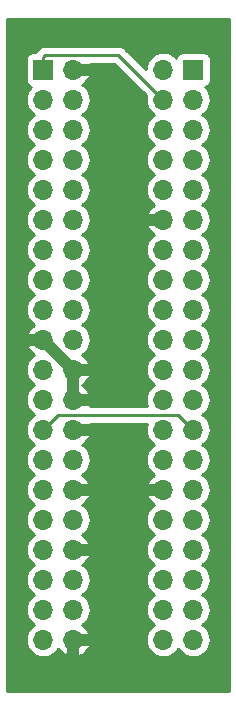
<source format=gtl>
G04 #@! TF.GenerationSoftware,KiCad,Pcbnew,(5.1.2)-2*
G04 #@! TF.CreationDate,2019-06-27T20:54:23+09:00*
G04 #@! TF.ProjectId,itg_uturn_adapter,6974675f-7574-4757-926e-5f6164617074,rev?*
G04 #@! TF.SameCoordinates,Original*
G04 #@! TF.FileFunction,Copper,L1,Top*
G04 #@! TF.FilePolarity,Positive*
%FSLAX46Y46*%
G04 Gerber Fmt 4.6, Leading zero omitted, Abs format (unit mm)*
G04 Created by KiCad (PCBNEW (5.1.2)-2) date 2019-06-27 20:54:23*
%MOMM*%
%LPD*%
G04 APERTURE LIST*
%ADD10R,1.700000X1.700000*%
%ADD11O,1.700000X1.700000*%
%ADD12C,0.250000*%
%ADD13C,1.000000*%
%ADD14C,0.254000*%
G04 APERTURE END LIST*
D10*
X104140000Y-64770000D03*
D11*
X101600000Y-64770000D03*
X104140000Y-67310000D03*
X101600000Y-67310000D03*
X104140000Y-69850000D03*
X101600000Y-69850000D03*
X104140000Y-72390000D03*
X101600000Y-72390000D03*
X104140000Y-74930000D03*
X101600000Y-74930000D03*
X104140000Y-77470000D03*
X101600000Y-77470000D03*
X104140000Y-80010000D03*
X101600000Y-80010000D03*
X104140000Y-82550000D03*
X101600000Y-82550000D03*
X104140000Y-85090000D03*
X101600000Y-85090000D03*
X104140000Y-87630000D03*
X101600000Y-87630000D03*
X104140000Y-90170000D03*
X101600000Y-90170000D03*
X104140000Y-92710000D03*
X101600000Y-92710000D03*
X104140000Y-95250000D03*
X101600000Y-95250000D03*
X104140000Y-97790000D03*
X101600000Y-97790000D03*
X104140000Y-100330000D03*
X101600000Y-100330000D03*
X104140000Y-102870000D03*
X101600000Y-102870000D03*
X104140000Y-105410000D03*
X101600000Y-105410000D03*
X104140000Y-107950000D03*
X101600000Y-107950000D03*
X104140000Y-110490000D03*
X101600000Y-110490000D03*
X104140000Y-113030000D03*
X101600000Y-113030000D03*
D10*
X91440000Y-64770000D03*
D11*
X93980000Y-64770000D03*
X91440000Y-67310000D03*
X93980000Y-67310000D03*
X91440000Y-69850000D03*
X93980000Y-69850000D03*
X91440000Y-72390000D03*
X93980000Y-72390000D03*
X91440000Y-74930000D03*
X93980000Y-74930000D03*
X91440000Y-77470000D03*
X93980000Y-77470000D03*
X91440000Y-80010000D03*
X93980000Y-80010000D03*
X91440000Y-82550000D03*
X93980000Y-82550000D03*
X91440000Y-85090000D03*
X93980000Y-85090000D03*
X91440000Y-87630000D03*
X93980000Y-87630000D03*
X91440000Y-90170000D03*
X93980000Y-90170000D03*
X91440000Y-92710000D03*
X93980000Y-92710000D03*
X91440000Y-95250000D03*
X93980000Y-95250000D03*
X91440000Y-97790000D03*
X93980000Y-97790000D03*
X91440000Y-100330000D03*
X93980000Y-100330000D03*
X91440000Y-102870000D03*
X93980000Y-102870000D03*
X91440000Y-105410000D03*
X93980000Y-105410000D03*
X91440000Y-107950000D03*
X93980000Y-107950000D03*
X91440000Y-110490000D03*
X93980000Y-110490000D03*
X91440000Y-113030000D03*
X93980000Y-113030000D03*
D12*
X91440000Y-63670000D02*
X91610000Y-63500000D01*
X91440000Y-64770000D02*
X91440000Y-63670000D01*
X97790000Y-63500000D02*
X101600000Y-67310000D01*
X91610000Y-63500000D02*
X97790000Y-63500000D01*
X97790000Y-66040000D02*
X97790000Y-77470000D01*
X97790000Y-77470000D02*
X97790000Y-88900000D01*
X97790000Y-100330000D02*
X93980000Y-100330000D01*
X97790000Y-100330000D02*
X101600000Y-100330000D01*
X97790000Y-111760000D02*
X97790000Y-100330000D01*
X97790000Y-112395000D02*
X97790000Y-111760000D01*
D13*
X93980000Y-90170000D02*
X93980000Y-92710000D01*
X97790000Y-88900000D02*
X97790000Y-66040000D01*
X96520000Y-64770000D02*
X97790000Y-66040000D01*
X96520000Y-64770000D02*
X93980000Y-64770000D01*
X97790000Y-77470000D02*
X101600000Y-77470000D01*
X91440000Y-87630000D02*
X90170000Y-87630000D01*
X90170000Y-87630000D02*
X89535000Y-88265000D01*
X89535000Y-88265000D02*
X89535000Y-114300000D01*
X89535000Y-114300000D02*
X90170000Y-114935000D01*
X97790000Y-96520000D02*
X97790000Y-100330000D01*
X97790000Y-100330000D02*
X97790000Y-105410000D01*
X97790000Y-105410000D02*
X93980000Y-105410000D01*
X97790000Y-105410000D02*
X97790000Y-112395000D01*
X93980000Y-100330000D02*
X101600000Y-100330000D01*
X93980000Y-90170000D02*
X91440000Y-87630000D01*
X93980000Y-113030000D02*
X97155000Y-113030000D01*
X97790000Y-112395000D02*
X97155000Y-113030000D01*
X93980000Y-113030000D02*
X93980000Y-114300000D01*
X93980000Y-114300000D02*
X93345000Y-114935000D01*
X93345000Y-114935000D02*
X90170000Y-114935000D01*
X93980000Y-92710000D02*
X97155000Y-92710000D01*
X97790000Y-92075000D02*
X97790000Y-88900000D01*
X97155000Y-92710000D02*
X97790000Y-92075000D01*
X95885000Y-95250000D02*
X97155000Y-95250000D01*
X95885000Y-95250000D02*
X96520000Y-95250000D01*
X93980000Y-95250000D02*
X95885000Y-95250000D01*
X97155000Y-95250000D02*
X97790000Y-95885000D01*
X97790000Y-95885000D02*
X97790000Y-96520000D01*
X93980000Y-90170000D02*
X96520000Y-90170000D01*
D12*
X91440000Y-95250000D02*
X92710000Y-93980000D01*
X92710000Y-93980000D02*
X102870000Y-93980000D01*
X102870000Y-93980000D02*
X104140000Y-95250000D01*
D14*
G36*
X107188000Y-117348000D02*
G01*
X88392000Y-117348000D01*
X88392000Y-67310000D01*
X89947815Y-67310000D01*
X89976487Y-67601111D01*
X90061401Y-67881034D01*
X90199294Y-68139014D01*
X90384866Y-68365134D01*
X90610986Y-68550706D01*
X90665791Y-68580000D01*
X90610986Y-68609294D01*
X90384866Y-68794866D01*
X90199294Y-69020986D01*
X90061401Y-69278966D01*
X89976487Y-69558889D01*
X89947815Y-69850000D01*
X89976487Y-70141111D01*
X90061401Y-70421034D01*
X90199294Y-70679014D01*
X90384866Y-70905134D01*
X90610986Y-71090706D01*
X90665791Y-71120000D01*
X90610986Y-71149294D01*
X90384866Y-71334866D01*
X90199294Y-71560986D01*
X90061401Y-71818966D01*
X89976487Y-72098889D01*
X89947815Y-72390000D01*
X89976487Y-72681111D01*
X90061401Y-72961034D01*
X90199294Y-73219014D01*
X90384866Y-73445134D01*
X90610986Y-73630706D01*
X90665791Y-73660000D01*
X90610986Y-73689294D01*
X90384866Y-73874866D01*
X90199294Y-74100986D01*
X90061401Y-74358966D01*
X89976487Y-74638889D01*
X89947815Y-74930000D01*
X89976487Y-75221111D01*
X90061401Y-75501034D01*
X90199294Y-75759014D01*
X90384866Y-75985134D01*
X90610986Y-76170706D01*
X90665791Y-76200000D01*
X90610986Y-76229294D01*
X90384866Y-76414866D01*
X90199294Y-76640986D01*
X90061401Y-76898966D01*
X89976487Y-77178889D01*
X89947815Y-77470000D01*
X89976487Y-77761111D01*
X90061401Y-78041034D01*
X90199294Y-78299014D01*
X90384866Y-78525134D01*
X90610986Y-78710706D01*
X90665791Y-78740000D01*
X90610986Y-78769294D01*
X90384866Y-78954866D01*
X90199294Y-79180986D01*
X90061401Y-79438966D01*
X89976487Y-79718889D01*
X89947815Y-80010000D01*
X89976487Y-80301111D01*
X90061401Y-80581034D01*
X90199294Y-80839014D01*
X90384866Y-81065134D01*
X90610986Y-81250706D01*
X90665791Y-81280000D01*
X90610986Y-81309294D01*
X90384866Y-81494866D01*
X90199294Y-81720986D01*
X90061401Y-81978966D01*
X89976487Y-82258889D01*
X89947815Y-82550000D01*
X89976487Y-82841111D01*
X90061401Y-83121034D01*
X90199294Y-83379014D01*
X90384866Y-83605134D01*
X90610986Y-83790706D01*
X90665791Y-83820000D01*
X90610986Y-83849294D01*
X90384866Y-84034866D01*
X90199294Y-84260986D01*
X90061401Y-84518966D01*
X89976487Y-84798889D01*
X89947815Y-85090000D01*
X89976487Y-85381111D01*
X90061401Y-85661034D01*
X90199294Y-85919014D01*
X90384866Y-86145134D01*
X90610986Y-86330706D01*
X90675523Y-86365201D01*
X90558645Y-86434822D01*
X90342412Y-86629731D01*
X90168359Y-86863080D01*
X90043175Y-87125901D01*
X89998524Y-87273110D01*
X90119845Y-87503000D01*
X91313000Y-87503000D01*
X91313000Y-87483000D01*
X91567000Y-87483000D01*
X91567000Y-87503000D01*
X91587000Y-87503000D01*
X91587000Y-87757000D01*
X91567000Y-87757000D01*
X91567000Y-87777000D01*
X91313000Y-87777000D01*
X91313000Y-87757000D01*
X90119845Y-87757000D01*
X89998524Y-87986890D01*
X90043175Y-88134099D01*
X90168359Y-88396920D01*
X90342412Y-88630269D01*
X90558645Y-88825178D01*
X90675523Y-88894799D01*
X90610986Y-88929294D01*
X90384866Y-89114866D01*
X90199294Y-89340986D01*
X90061401Y-89598966D01*
X89976487Y-89878889D01*
X89947815Y-90170000D01*
X89976487Y-90461111D01*
X90061401Y-90741034D01*
X90199294Y-90999014D01*
X90384866Y-91225134D01*
X90610986Y-91410706D01*
X90665791Y-91440000D01*
X90610986Y-91469294D01*
X90384866Y-91654866D01*
X90199294Y-91880986D01*
X90061401Y-92138966D01*
X89976487Y-92418889D01*
X89947815Y-92710000D01*
X89976487Y-93001111D01*
X90061401Y-93281034D01*
X90199294Y-93539014D01*
X90384866Y-93765134D01*
X90610986Y-93950706D01*
X90665791Y-93980000D01*
X90610986Y-94009294D01*
X90384866Y-94194866D01*
X90199294Y-94420986D01*
X90061401Y-94678966D01*
X89976487Y-94958889D01*
X89947815Y-95250000D01*
X89976487Y-95541111D01*
X90061401Y-95821034D01*
X90199294Y-96079014D01*
X90384866Y-96305134D01*
X90610986Y-96490706D01*
X90665791Y-96520000D01*
X90610986Y-96549294D01*
X90384866Y-96734866D01*
X90199294Y-96960986D01*
X90061401Y-97218966D01*
X89976487Y-97498889D01*
X89947815Y-97790000D01*
X89976487Y-98081111D01*
X90061401Y-98361034D01*
X90199294Y-98619014D01*
X90384866Y-98845134D01*
X90610986Y-99030706D01*
X90665791Y-99060000D01*
X90610986Y-99089294D01*
X90384866Y-99274866D01*
X90199294Y-99500986D01*
X90061401Y-99758966D01*
X89976487Y-100038889D01*
X89947815Y-100330000D01*
X89976487Y-100621111D01*
X90061401Y-100901034D01*
X90199294Y-101159014D01*
X90384866Y-101385134D01*
X90610986Y-101570706D01*
X90665791Y-101600000D01*
X90610986Y-101629294D01*
X90384866Y-101814866D01*
X90199294Y-102040986D01*
X90061401Y-102298966D01*
X89976487Y-102578889D01*
X89947815Y-102870000D01*
X89976487Y-103161111D01*
X90061401Y-103441034D01*
X90199294Y-103699014D01*
X90384866Y-103925134D01*
X90610986Y-104110706D01*
X90665791Y-104140000D01*
X90610986Y-104169294D01*
X90384866Y-104354866D01*
X90199294Y-104580986D01*
X90061401Y-104838966D01*
X89976487Y-105118889D01*
X89947815Y-105410000D01*
X89976487Y-105701111D01*
X90061401Y-105981034D01*
X90199294Y-106239014D01*
X90384866Y-106465134D01*
X90610986Y-106650706D01*
X90665791Y-106680000D01*
X90610986Y-106709294D01*
X90384866Y-106894866D01*
X90199294Y-107120986D01*
X90061401Y-107378966D01*
X89976487Y-107658889D01*
X89947815Y-107950000D01*
X89976487Y-108241111D01*
X90061401Y-108521034D01*
X90199294Y-108779014D01*
X90384866Y-109005134D01*
X90610986Y-109190706D01*
X90665791Y-109220000D01*
X90610986Y-109249294D01*
X90384866Y-109434866D01*
X90199294Y-109660986D01*
X90061401Y-109918966D01*
X89976487Y-110198889D01*
X89947815Y-110490000D01*
X89976487Y-110781111D01*
X90061401Y-111061034D01*
X90199294Y-111319014D01*
X90384866Y-111545134D01*
X90610986Y-111730706D01*
X90665791Y-111760000D01*
X90610986Y-111789294D01*
X90384866Y-111974866D01*
X90199294Y-112200986D01*
X90061401Y-112458966D01*
X89976487Y-112738889D01*
X89947815Y-113030000D01*
X89976487Y-113321111D01*
X90061401Y-113601034D01*
X90199294Y-113859014D01*
X90384866Y-114085134D01*
X90610986Y-114270706D01*
X90868966Y-114408599D01*
X91148889Y-114493513D01*
X91367050Y-114515000D01*
X91512950Y-114515000D01*
X91731111Y-114493513D01*
X92011034Y-114408599D01*
X92269014Y-114270706D01*
X92495134Y-114085134D01*
X92680706Y-113859014D01*
X92711584Y-113801244D01*
X92882412Y-114030269D01*
X93098645Y-114225178D01*
X93348748Y-114374157D01*
X93623109Y-114471481D01*
X93853000Y-114350814D01*
X93853000Y-113157000D01*
X94107000Y-113157000D01*
X94107000Y-114350814D01*
X94336891Y-114471481D01*
X94611252Y-114374157D01*
X94861355Y-114225178D01*
X95077588Y-114030269D01*
X95251641Y-113796920D01*
X95376825Y-113534099D01*
X95421476Y-113386890D01*
X95300155Y-113157000D01*
X94107000Y-113157000D01*
X93853000Y-113157000D01*
X93833000Y-113157000D01*
X93833000Y-112903000D01*
X93853000Y-112903000D01*
X93853000Y-112883000D01*
X94107000Y-112883000D01*
X94107000Y-112903000D01*
X95300155Y-112903000D01*
X95421476Y-112673110D01*
X95376825Y-112525901D01*
X95251641Y-112263080D01*
X95077588Y-112029731D01*
X94861355Y-111834822D01*
X94744477Y-111765201D01*
X94809014Y-111730706D01*
X95035134Y-111545134D01*
X95220706Y-111319014D01*
X95358599Y-111061034D01*
X95443513Y-110781111D01*
X95472185Y-110490000D01*
X95443513Y-110198889D01*
X95358599Y-109918966D01*
X95220706Y-109660986D01*
X95035134Y-109434866D01*
X94809014Y-109249294D01*
X94754209Y-109220000D01*
X94809014Y-109190706D01*
X95035134Y-109005134D01*
X95220706Y-108779014D01*
X95358599Y-108521034D01*
X95443513Y-108241111D01*
X95472185Y-107950000D01*
X95443513Y-107658889D01*
X95358599Y-107378966D01*
X95220706Y-107120986D01*
X95035134Y-106894866D01*
X94809014Y-106709294D01*
X94744477Y-106674799D01*
X94861355Y-106605178D01*
X95077588Y-106410269D01*
X95251641Y-106176920D01*
X95376825Y-105914099D01*
X95421476Y-105766890D01*
X95300155Y-105537000D01*
X94107000Y-105537000D01*
X94107000Y-105557000D01*
X93853000Y-105557000D01*
X93853000Y-105537000D01*
X93833000Y-105537000D01*
X93833000Y-105283000D01*
X93853000Y-105283000D01*
X93853000Y-105263000D01*
X94107000Y-105263000D01*
X94107000Y-105283000D01*
X95300155Y-105283000D01*
X95421476Y-105053110D01*
X95376825Y-104905901D01*
X95251641Y-104643080D01*
X95077588Y-104409731D01*
X94861355Y-104214822D01*
X94744477Y-104145201D01*
X94809014Y-104110706D01*
X95035134Y-103925134D01*
X95220706Y-103699014D01*
X95358599Y-103441034D01*
X95443513Y-103161111D01*
X95472185Y-102870000D01*
X95443513Y-102578889D01*
X95358599Y-102298966D01*
X95220706Y-102040986D01*
X95035134Y-101814866D01*
X94809014Y-101629294D01*
X94744477Y-101594799D01*
X94861355Y-101525178D01*
X95077588Y-101330269D01*
X95251641Y-101096920D01*
X95376825Y-100834099D01*
X95421476Y-100686890D01*
X95300155Y-100457000D01*
X94107000Y-100457000D01*
X94107000Y-100477000D01*
X93853000Y-100477000D01*
X93853000Y-100457000D01*
X93833000Y-100457000D01*
X93833000Y-100203000D01*
X93853000Y-100203000D01*
X93853000Y-100183000D01*
X94107000Y-100183000D01*
X94107000Y-100203000D01*
X95300155Y-100203000D01*
X95421476Y-99973110D01*
X95376825Y-99825901D01*
X95251641Y-99563080D01*
X95077588Y-99329731D01*
X94861355Y-99134822D01*
X94744477Y-99065201D01*
X94809014Y-99030706D01*
X95035134Y-98845134D01*
X95220706Y-98619014D01*
X95358599Y-98361034D01*
X95443513Y-98081111D01*
X95472185Y-97790000D01*
X95443513Y-97498889D01*
X95358599Y-97218966D01*
X95220706Y-96960986D01*
X95035134Y-96734866D01*
X94809014Y-96549294D01*
X94744477Y-96514799D01*
X94861355Y-96445178D01*
X95077588Y-96250269D01*
X95251641Y-96016920D01*
X95376825Y-95754099D01*
X95421476Y-95606890D01*
X95300155Y-95377000D01*
X94107000Y-95377000D01*
X94107000Y-95397000D01*
X93853000Y-95397000D01*
X93853000Y-95377000D01*
X93833000Y-95377000D01*
X93833000Y-95123000D01*
X93853000Y-95123000D01*
X93853000Y-95103000D01*
X94107000Y-95103000D01*
X94107000Y-95123000D01*
X95300155Y-95123000D01*
X95421476Y-94893110D01*
X95376825Y-94745901D01*
X95374014Y-94740000D01*
X100202886Y-94740000D01*
X100136487Y-94958889D01*
X100107815Y-95250000D01*
X100136487Y-95541111D01*
X100221401Y-95821034D01*
X100359294Y-96079014D01*
X100544866Y-96305134D01*
X100770986Y-96490706D01*
X100825791Y-96520000D01*
X100770986Y-96549294D01*
X100544866Y-96734866D01*
X100359294Y-96960986D01*
X100221401Y-97218966D01*
X100136487Y-97498889D01*
X100107815Y-97790000D01*
X100136487Y-98081111D01*
X100221401Y-98361034D01*
X100359294Y-98619014D01*
X100544866Y-98845134D01*
X100770986Y-99030706D01*
X100835523Y-99065201D01*
X100718645Y-99134822D01*
X100502412Y-99329731D01*
X100328359Y-99563080D01*
X100203175Y-99825901D01*
X100158524Y-99973110D01*
X100279845Y-100203000D01*
X101473000Y-100203000D01*
X101473000Y-100183000D01*
X101727000Y-100183000D01*
X101727000Y-100203000D01*
X101747000Y-100203000D01*
X101747000Y-100457000D01*
X101727000Y-100457000D01*
X101727000Y-100477000D01*
X101473000Y-100477000D01*
X101473000Y-100457000D01*
X100279845Y-100457000D01*
X100158524Y-100686890D01*
X100203175Y-100834099D01*
X100328359Y-101096920D01*
X100502412Y-101330269D01*
X100718645Y-101525178D01*
X100835523Y-101594799D01*
X100770986Y-101629294D01*
X100544866Y-101814866D01*
X100359294Y-102040986D01*
X100221401Y-102298966D01*
X100136487Y-102578889D01*
X100107815Y-102870000D01*
X100136487Y-103161111D01*
X100221401Y-103441034D01*
X100359294Y-103699014D01*
X100544866Y-103925134D01*
X100770986Y-104110706D01*
X100825791Y-104140000D01*
X100770986Y-104169294D01*
X100544866Y-104354866D01*
X100359294Y-104580986D01*
X100221401Y-104838966D01*
X100136487Y-105118889D01*
X100107815Y-105410000D01*
X100136487Y-105701111D01*
X100221401Y-105981034D01*
X100359294Y-106239014D01*
X100544866Y-106465134D01*
X100770986Y-106650706D01*
X100825791Y-106680000D01*
X100770986Y-106709294D01*
X100544866Y-106894866D01*
X100359294Y-107120986D01*
X100221401Y-107378966D01*
X100136487Y-107658889D01*
X100107815Y-107950000D01*
X100136487Y-108241111D01*
X100221401Y-108521034D01*
X100359294Y-108779014D01*
X100544866Y-109005134D01*
X100770986Y-109190706D01*
X100825791Y-109220000D01*
X100770986Y-109249294D01*
X100544866Y-109434866D01*
X100359294Y-109660986D01*
X100221401Y-109918966D01*
X100136487Y-110198889D01*
X100107815Y-110490000D01*
X100136487Y-110781111D01*
X100221401Y-111061034D01*
X100359294Y-111319014D01*
X100544866Y-111545134D01*
X100770986Y-111730706D01*
X100825791Y-111760000D01*
X100770986Y-111789294D01*
X100544866Y-111974866D01*
X100359294Y-112200986D01*
X100221401Y-112458966D01*
X100136487Y-112738889D01*
X100107815Y-113030000D01*
X100136487Y-113321111D01*
X100221401Y-113601034D01*
X100359294Y-113859014D01*
X100544866Y-114085134D01*
X100770986Y-114270706D01*
X101028966Y-114408599D01*
X101308889Y-114493513D01*
X101527050Y-114515000D01*
X101672950Y-114515000D01*
X101891111Y-114493513D01*
X102171034Y-114408599D01*
X102429014Y-114270706D01*
X102655134Y-114085134D01*
X102840706Y-113859014D01*
X102870000Y-113804209D01*
X102899294Y-113859014D01*
X103084866Y-114085134D01*
X103310986Y-114270706D01*
X103568966Y-114408599D01*
X103848889Y-114493513D01*
X104067050Y-114515000D01*
X104212950Y-114515000D01*
X104431111Y-114493513D01*
X104711034Y-114408599D01*
X104969014Y-114270706D01*
X105195134Y-114085134D01*
X105380706Y-113859014D01*
X105518599Y-113601034D01*
X105603513Y-113321111D01*
X105632185Y-113030000D01*
X105603513Y-112738889D01*
X105518599Y-112458966D01*
X105380706Y-112200986D01*
X105195134Y-111974866D01*
X104969014Y-111789294D01*
X104914209Y-111760000D01*
X104969014Y-111730706D01*
X105195134Y-111545134D01*
X105380706Y-111319014D01*
X105518599Y-111061034D01*
X105603513Y-110781111D01*
X105632185Y-110490000D01*
X105603513Y-110198889D01*
X105518599Y-109918966D01*
X105380706Y-109660986D01*
X105195134Y-109434866D01*
X104969014Y-109249294D01*
X104914209Y-109220000D01*
X104969014Y-109190706D01*
X105195134Y-109005134D01*
X105380706Y-108779014D01*
X105518599Y-108521034D01*
X105603513Y-108241111D01*
X105632185Y-107950000D01*
X105603513Y-107658889D01*
X105518599Y-107378966D01*
X105380706Y-107120986D01*
X105195134Y-106894866D01*
X104969014Y-106709294D01*
X104914209Y-106680000D01*
X104969014Y-106650706D01*
X105195134Y-106465134D01*
X105380706Y-106239014D01*
X105518599Y-105981034D01*
X105603513Y-105701111D01*
X105632185Y-105410000D01*
X105603513Y-105118889D01*
X105518599Y-104838966D01*
X105380706Y-104580986D01*
X105195134Y-104354866D01*
X104969014Y-104169294D01*
X104914209Y-104140000D01*
X104969014Y-104110706D01*
X105195134Y-103925134D01*
X105380706Y-103699014D01*
X105518599Y-103441034D01*
X105603513Y-103161111D01*
X105632185Y-102870000D01*
X105603513Y-102578889D01*
X105518599Y-102298966D01*
X105380706Y-102040986D01*
X105195134Y-101814866D01*
X104969014Y-101629294D01*
X104914209Y-101600000D01*
X104969014Y-101570706D01*
X105195134Y-101385134D01*
X105380706Y-101159014D01*
X105518599Y-100901034D01*
X105603513Y-100621111D01*
X105632185Y-100330000D01*
X105603513Y-100038889D01*
X105518599Y-99758966D01*
X105380706Y-99500986D01*
X105195134Y-99274866D01*
X104969014Y-99089294D01*
X104914209Y-99060000D01*
X104969014Y-99030706D01*
X105195134Y-98845134D01*
X105380706Y-98619014D01*
X105518599Y-98361034D01*
X105603513Y-98081111D01*
X105632185Y-97790000D01*
X105603513Y-97498889D01*
X105518599Y-97218966D01*
X105380706Y-96960986D01*
X105195134Y-96734866D01*
X104969014Y-96549294D01*
X104914209Y-96520000D01*
X104969014Y-96490706D01*
X105195134Y-96305134D01*
X105380706Y-96079014D01*
X105518599Y-95821034D01*
X105603513Y-95541111D01*
X105632185Y-95250000D01*
X105603513Y-94958889D01*
X105518599Y-94678966D01*
X105380706Y-94420986D01*
X105195134Y-94194866D01*
X104969014Y-94009294D01*
X104914209Y-93980000D01*
X104969014Y-93950706D01*
X105195134Y-93765134D01*
X105380706Y-93539014D01*
X105518599Y-93281034D01*
X105603513Y-93001111D01*
X105632185Y-92710000D01*
X105603513Y-92418889D01*
X105518599Y-92138966D01*
X105380706Y-91880986D01*
X105195134Y-91654866D01*
X104969014Y-91469294D01*
X104914209Y-91440000D01*
X104969014Y-91410706D01*
X105195134Y-91225134D01*
X105380706Y-90999014D01*
X105518599Y-90741034D01*
X105603513Y-90461111D01*
X105632185Y-90170000D01*
X105603513Y-89878889D01*
X105518599Y-89598966D01*
X105380706Y-89340986D01*
X105195134Y-89114866D01*
X104969014Y-88929294D01*
X104914209Y-88900000D01*
X104969014Y-88870706D01*
X105195134Y-88685134D01*
X105380706Y-88459014D01*
X105518599Y-88201034D01*
X105603513Y-87921111D01*
X105632185Y-87630000D01*
X105603513Y-87338889D01*
X105518599Y-87058966D01*
X105380706Y-86800986D01*
X105195134Y-86574866D01*
X104969014Y-86389294D01*
X104914209Y-86360000D01*
X104969014Y-86330706D01*
X105195134Y-86145134D01*
X105380706Y-85919014D01*
X105518599Y-85661034D01*
X105603513Y-85381111D01*
X105632185Y-85090000D01*
X105603513Y-84798889D01*
X105518599Y-84518966D01*
X105380706Y-84260986D01*
X105195134Y-84034866D01*
X104969014Y-83849294D01*
X104914209Y-83820000D01*
X104969014Y-83790706D01*
X105195134Y-83605134D01*
X105380706Y-83379014D01*
X105518599Y-83121034D01*
X105603513Y-82841111D01*
X105632185Y-82550000D01*
X105603513Y-82258889D01*
X105518599Y-81978966D01*
X105380706Y-81720986D01*
X105195134Y-81494866D01*
X104969014Y-81309294D01*
X104914209Y-81280000D01*
X104969014Y-81250706D01*
X105195134Y-81065134D01*
X105380706Y-80839014D01*
X105518599Y-80581034D01*
X105603513Y-80301111D01*
X105632185Y-80010000D01*
X105603513Y-79718889D01*
X105518599Y-79438966D01*
X105380706Y-79180986D01*
X105195134Y-78954866D01*
X104969014Y-78769294D01*
X104914209Y-78740000D01*
X104969014Y-78710706D01*
X105195134Y-78525134D01*
X105380706Y-78299014D01*
X105518599Y-78041034D01*
X105603513Y-77761111D01*
X105632185Y-77470000D01*
X105603513Y-77178889D01*
X105518599Y-76898966D01*
X105380706Y-76640986D01*
X105195134Y-76414866D01*
X104969014Y-76229294D01*
X104914209Y-76200000D01*
X104969014Y-76170706D01*
X105195134Y-75985134D01*
X105380706Y-75759014D01*
X105518599Y-75501034D01*
X105603513Y-75221111D01*
X105632185Y-74930000D01*
X105603513Y-74638889D01*
X105518599Y-74358966D01*
X105380706Y-74100986D01*
X105195134Y-73874866D01*
X104969014Y-73689294D01*
X104914209Y-73660000D01*
X104969014Y-73630706D01*
X105195134Y-73445134D01*
X105380706Y-73219014D01*
X105518599Y-72961034D01*
X105603513Y-72681111D01*
X105632185Y-72390000D01*
X105603513Y-72098889D01*
X105518599Y-71818966D01*
X105380706Y-71560986D01*
X105195134Y-71334866D01*
X104969014Y-71149294D01*
X104914209Y-71120000D01*
X104969014Y-71090706D01*
X105195134Y-70905134D01*
X105380706Y-70679014D01*
X105518599Y-70421034D01*
X105603513Y-70141111D01*
X105632185Y-69850000D01*
X105603513Y-69558889D01*
X105518599Y-69278966D01*
X105380706Y-69020986D01*
X105195134Y-68794866D01*
X104969014Y-68609294D01*
X104914209Y-68580000D01*
X104969014Y-68550706D01*
X105195134Y-68365134D01*
X105380706Y-68139014D01*
X105518599Y-67881034D01*
X105603513Y-67601111D01*
X105632185Y-67310000D01*
X105603513Y-67018889D01*
X105518599Y-66738966D01*
X105380706Y-66480986D01*
X105195134Y-66254866D01*
X105165313Y-66230393D01*
X105234180Y-66209502D01*
X105344494Y-66150537D01*
X105441185Y-66071185D01*
X105520537Y-65974494D01*
X105579502Y-65864180D01*
X105615812Y-65744482D01*
X105628072Y-65620000D01*
X105628072Y-63920000D01*
X105615812Y-63795518D01*
X105579502Y-63675820D01*
X105520537Y-63565506D01*
X105441185Y-63468815D01*
X105344494Y-63389463D01*
X105234180Y-63330498D01*
X105114482Y-63294188D01*
X104990000Y-63281928D01*
X103290000Y-63281928D01*
X103165518Y-63294188D01*
X103045820Y-63330498D01*
X102935506Y-63389463D01*
X102838815Y-63468815D01*
X102759463Y-63565506D01*
X102700498Y-63675820D01*
X102679607Y-63744687D01*
X102655134Y-63714866D01*
X102429014Y-63529294D01*
X102171034Y-63391401D01*
X101891111Y-63306487D01*
X101672950Y-63285000D01*
X101527050Y-63285000D01*
X101308889Y-63306487D01*
X101028966Y-63391401D01*
X100770986Y-63529294D01*
X100544866Y-63714866D01*
X100359294Y-63940986D01*
X100221401Y-64198966D01*
X100136487Y-64478889D01*
X100110235Y-64745433D01*
X98353804Y-62989003D01*
X98330001Y-62959999D01*
X98214276Y-62865026D01*
X98082247Y-62794454D01*
X97938986Y-62750997D01*
X97827333Y-62740000D01*
X97827322Y-62740000D01*
X97790000Y-62736324D01*
X97752678Y-62740000D01*
X91647322Y-62740000D01*
X91609999Y-62736324D01*
X91572676Y-62740000D01*
X91572667Y-62740000D01*
X91461014Y-62750997D01*
X91317753Y-62794454D01*
X91185724Y-62865026D01*
X91069999Y-62959999D01*
X91046196Y-62989003D01*
X90928998Y-63106201D01*
X90900000Y-63129999D01*
X90876202Y-63158997D01*
X90876201Y-63158998D01*
X90805026Y-63245724D01*
X90785674Y-63281928D01*
X90590000Y-63281928D01*
X90465518Y-63294188D01*
X90345820Y-63330498D01*
X90235506Y-63389463D01*
X90138815Y-63468815D01*
X90059463Y-63565506D01*
X90000498Y-63675820D01*
X89964188Y-63795518D01*
X89951928Y-63920000D01*
X89951928Y-65620000D01*
X89964188Y-65744482D01*
X90000498Y-65864180D01*
X90059463Y-65974494D01*
X90138815Y-66071185D01*
X90235506Y-66150537D01*
X90345820Y-66209502D01*
X90414687Y-66230393D01*
X90384866Y-66254866D01*
X90199294Y-66480986D01*
X90061401Y-66738966D01*
X89976487Y-67018889D01*
X89947815Y-67310000D01*
X88392000Y-67310000D01*
X88392000Y-60452000D01*
X107188000Y-60452000D01*
X107188000Y-117348000D01*
X107188000Y-117348000D01*
G37*
X107188000Y-117348000D02*
X88392000Y-117348000D01*
X88392000Y-67310000D01*
X89947815Y-67310000D01*
X89976487Y-67601111D01*
X90061401Y-67881034D01*
X90199294Y-68139014D01*
X90384866Y-68365134D01*
X90610986Y-68550706D01*
X90665791Y-68580000D01*
X90610986Y-68609294D01*
X90384866Y-68794866D01*
X90199294Y-69020986D01*
X90061401Y-69278966D01*
X89976487Y-69558889D01*
X89947815Y-69850000D01*
X89976487Y-70141111D01*
X90061401Y-70421034D01*
X90199294Y-70679014D01*
X90384866Y-70905134D01*
X90610986Y-71090706D01*
X90665791Y-71120000D01*
X90610986Y-71149294D01*
X90384866Y-71334866D01*
X90199294Y-71560986D01*
X90061401Y-71818966D01*
X89976487Y-72098889D01*
X89947815Y-72390000D01*
X89976487Y-72681111D01*
X90061401Y-72961034D01*
X90199294Y-73219014D01*
X90384866Y-73445134D01*
X90610986Y-73630706D01*
X90665791Y-73660000D01*
X90610986Y-73689294D01*
X90384866Y-73874866D01*
X90199294Y-74100986D01*
X90061401Y-74358966D01*
X89976487Y-74638889D01*
X89947815Y-74930000D01*
X89976487Y-75221111D01*
X90061401Y-75501034D01*
X90199294Y-75759014D01*
X90384866Y-75985134D01*
X90610986Y-76170706D01*
X90665791Y-76200000D01*
X90610986Y-76229294D01*
X90384866Y-76414866D01*
X90199294Y-76640986D01*
X90061401Y-76898966D01*
X89976487Y-77178889D01*
X89947815Y-77470000D01*
X89976487Y-77761111D01*
X90061401Y-78041034D01*
X90199294Y-78299014D01*
X90384866Y-78525134D01*
X90610986Y-78710706D01*
X90665791Y-78740000D01*
X90610986Y-78769294D01*
X90384866Y-78954866D01*
X90199294Y-79180986D01*
X90061401Y-79438966D01*
X89976487Y-79718889D01*
X89947815Y-80010000D01*
X89976487Y-80301111D01*
X90061401Y-80581034D01*
X90199294Y-80839014D01*
X90384866Y-81065134D01*
X90610986Y-81250706D01*
X90665791Y-81280000D01*
X90610986Y-81309294D01*
X90384866Y-81494866D01*
X90199294Y-81720986D01*
X90061401Y-81978966D01*
X89976487Y-82258889D01*
X89947815Y-82550000D01*
X89976487Y-82841111D01*
X90061401Y-83121034D01*
X90199294Y-83379014D01*
X90384866Y-83605134D01*
X90610986Y-83790706D01*
X90665791Y-83820000D01*
X90610986Y-83849294D01*
X90384866Y-84034866D01*
X90199294Y-84260986D01*
X90061401Y-84518966D01*
X89976487Y-84798889D01*
X89947815Y-85090000D01*
X89976487Y-85381111D01*
X90061401Y-85661034D01*
X90199294Y-85919014D01*
X90384866Y-86145134D01*
X90610986Y-86330706D01*
X90675523Y-86365201D01*
X90558645Y-86434822D01*
X90342412Y-86629731D01*
X90168359Y-86863080D01*
X90043175Y-87125901D01*
X89998524Y-87273110D01*
X90119845Y-87503000D01*
X91313000Y-87503000D01*
X91313000Y-87483000D01*
X91567000Y-87483000D01*
X91567000Y-87503000D01*
X91587000Y-87503000D01*
X91587000Y-87757000D01*
X91567000Y-87757000D01*
X91567000Y-87777000D01*
X91313000Y-87777000D01*
X91313000Y-87757000D01*
X90119845Y-87757000D01*
X89998524Y-87986890D01*
X90043175Y-88134099D01*
X90168359Y-88396920D01*
X90342412Y-88630269D01*
X90558645Y-88825178D01*
X90675523Y-88894799D01*
X90610986Y-88929294D01*
X90384866Y-89114866D01*
X90199294Y-89340986D01*
X90061401Y-89598966D01*
X89976487Y-89878889D01*
X89947815Y-90170000D01*
X89976487Y-90461111D01*
X90061401Y-90741034D01*
X90199294Y-90999014D01*
X90384866Y-91225134D01*
X90610986Y-91410706D01*
X90665791Y-91440000D01*
X90610986Y-91469294D01*
X90384866Y-91654866D01*
X90199294Y-91880986D01*
X90061401Y-92138966D01*
X89976487Y-92418889D01*
X89947815Y-92710000D01*
X89976487Y-93001111D01*
X90061401Y-93281034D01*
X90199294Y-93539014D01*
X90384866Y-93765134D01*
X90610986Y-93950706D01*
X90665791Y-93980000D01*
X90610986Y-94009294D01*
X90384866Y-94194866D01*
X90199294Y-94420986D01*
X90061401Y-94678966D01*
X89976487Y-94958889D01*
X89947815Y-95250000D01*
X89976487Y-95541111D01*
X90061401Y-95821034D01*
X90199294Y-96079014D01*
X90384866Y-96305134D01*
X90610986Y-96490706D01*
X90665791Y-96520000D01*
X90610986Y-96549294D01*
X90384866Y-96734866D01*
X90199294Y-96960986D01*
X90061401Y-97218966D01*
X89976487Y-97498889D01*
X89947815Y-97790000D01*
X89976487Y-98081111D01*
X90061401Y-98361034D01*
X90199294Y-98619014D01*
X90384866Y-98845134D01*
X90610986Y-99030706D01*
X90665791Y-99060000D01*
X90610986Y-99089294D01*
X90384866Y-99274866D01*
X90199294Y-99500986D01*
X90061401Y-99758966D01*
X89976487Y-100038889D01*
X89947815Y-100330000D01*
X89976487Y-100621111D01*
X90061401Y-100901034D01*
X90199294Y-101159014D01*
X90384866Y-101385134D01*
X90610986Y-101570706D01*
X90665791Y-101600000D01*
X90610986Y-101629294D01*
X90384866Y-101814866D01*
X90199294Y-102040986D01*
X90061401Y-102298966D01*
X89976487Y-102578889D01*
X89947815Y-102870000D01*
X89976487Y-103161111D01*
X90061401Y-103441034D01*
X90199294Y-103699014D01*
X90384866Y-103925134D01*
X90610986Y-104110706D01*
X90665791Y-104140000D01*
X90610986Y-104169294D01*
X90384866Y-104354866D01*
X90199294Y-104580986D01*
X90061401Y-104838966D01*
X89976487Y-105118889D01*
X89947815Y-105410000D01*
X89976487Y-105701111D01*
X90061401Y-105981034D01*
X90199294Y-106239014D01*
X90384866Y-106465134D01*
X90610986Y-106650706D01*
X90665791Y-106680000D01*
X90610986Y-106709294D01*
X90384866Y-106894866D01*
X90199294Y-107120986D01*
X90061401Y-107378966D01*
X89976487Y-107658889D01*
X89947815Y-107950000D01*
X89976487Y-108241111D01*
X90061401Y-108521034D01*
X90199294Y-108779014D01*
X90384866Y-109005134D01*
X90610986Y-109190706D01*
X90665791Y-109220000D01*
X90610986Y-109249294D01*
X90384866Y-109434866D01*
X90199294Y-109660986D01*
X90061401Y-109918966D01*
X89976487Y-110198889D01*
X89947815Y-110490000D01*
X89976487Y-110781111D01*
X90061401Y-111061034D01*
X90199294Y-111319014D01*
X90384866Y-111545134D01*
X90610986Y-111730706D01*
X90665791Y-111760000D01*
X90610986Y-111789294D01*
X90384866Y-111974866D01*
X90199294Y-112200986D01*
X90061401Y-112458966D01*
X89976487Y-112738889D01*
X89947815Y-113030000D01*
X89976487Y-113321111D01*
X90061401Y-113601034D01*
X90199294Y-113859014D01*
X90384866Y-114085134D01*
X90610986Y-114270706D01*
X90868966Y-114408599D01*
X91148889Y-114493513D01*
X91367050Y-114515000D01*
X91512950Y-114515000D01*
X91731111Y-114493513D01*
X92011034Y-114408599D01*
X92269014Y-114270706D01*
X92495134Y-114085134D01*
X92680706Y-113859014D01*
X92711584Y-113801244D01*
X92882412Y-114030269D01*
X93098645Y-114225178D01*
X93348748Y-114374157D01*
X93623109Y-114471481D01*
X93853000Y-114350814D01*
X93853000Y-113157000D01*
X94107000Y-113157000D01*
X94107000Y-114350814D01*
X94336891Y-114471481D01*
X94611252Y-114374157D01*
X94861355Y-114225178D01*
X95077588Y-114030269D01*
X95251641Y-113796920D01*
X95376825Y-113534099D01*
X95421476Y-113386890D01*
X95300155Y-113157000D01*
X94107000Y-113157000D01*
X93853000Y-113157000D01*
X93833000Y-113157000D01*
X93833000Y-112903000D01*
X93853000Y-112903000D01*
X93853000Y-112883000D01*
X94107000Y-112883000D01*
X94107000Y-112903000D01*
X95300155Y-112903000D01*
X95421476Y-112673110D01*
X95376825Y-112525901D01*
X95251641Y-112263080D01*
X95077588Y-112029731D01*
X94861355Y-111834822D01*
X94744477Y-111765201D01*
X94809014Y-111730706D01*
X95035134Y-111545134D01*
X95220706Y-111319014D01*
X95358599Y-111061034D01*
X95443513Y-110781111D01*
X95472185Y-110490000D01*
X95443513Y-110198889D01*
X95358599Y-109918966D01*
X95220706Y-109660986D01*
X95035134Y-109434866D01*
X94809014Y-109249294D01*
X94754209Y-109220000D01*
X94809014Y-109190706D01*
X95035134Y-109005134D01*
X95220706Y-108779014D01*
X95358599Y-108521034D01*
X95443513Y-108241111D01*
X95472185Y-107950000D01*
X95443513Y-107658889D01*
X95358599Y-107378966D01*
X95220706Y-107120986D01*
X95035134Y-106894866D01*
X94809014Y-106709294D01*
X94744477Y-106674799D01*
X94861355Y-106605178D01*
X95077588Y-106410269D01*
X95251641Y-106176920D01*
X95376825Y-105914099D01*
X95421476Y-105766890D01*
X95300155Y-105537000D01*
X94107000Y-105537000D01*
X94107000Y-105557000D01*
X93853000Y-105557000D01*
X93853000Y-105537000D01*
X93833000Y-105537000D01*
X93833000Y-105283000D01*
X93853000Y-105283000D01*
X93853000Y-105263000D01*
X94107000Y-105263000D01*
X94107000Y-105283000D01*
X95300155Y-105283000D01*
X95421476Y-105053110D01*
X95376825Y-104905901D01*
X95251641Y-104643080D01*
X95077588Y-104409731D01*
X94861355Y-104214822D01*
X94744477Y-104145201D01*
X94809014Y-104110706D01*
X95035134Y-103925134D01*
X95220706Y-103699014D01*
X95358599Y-103441034D01*
X95443513Y-103161111D01*
X95472185Y-102870000D01*
X95443513Y-102578889D01*
X95358599Y-102298966D01*
X95220706Y-102040986D01*
X95035134Y-101814866D01*
X94809014Y-101629294D01*
X94744477Y-101594799D01*
X94861355Y-101525178D01*
X95077588Y-101330269D01*
X95251641Y-101096920D01*
X95376825Y-100834099D01*
X95421476Y-100686890D01*
X95300155Y-100457000D01*
X94107000Y-100457000D01*
X94107000Y-100477000D01*
X93853000Y-100477000D01*
X93853000Y-100457000D01*
X93833000Y-100457000D01*
X93833000Y-100203000D01*
X93853000Y-100203000D01*
X93853000Y-100183000D01*
X94107000Y-100183000D01*
X94107000Y-100203000D01*
X95300155Y-100203000D01*
X95421476Y-99973110D01*
X95376825Y-99825901D01*
X95251641Y-99563080D01*
X95077588Y-99329731D01*
X94861355Y-99134822D01*
X94744477Y-99065201D01*
X94809014Y-99030706D01*
X95035134Y-98845134D01*
X95220706Y-98619014D01*
X95358599Y-98361034D01*
X95443513Y-98081111D01*
X95472185Y-97790000D01*
X95443513Y-97498889D01*
X95358599Y-97218966D01*
X95220706Y-96960986D01*
X95035134Y-96734866D01*
X94809014Y-96549294D01*
X94744477Y-96514799D01*
X94861355Y-96445178D01*
X95077588Y-96250269D01*
X95251641Y-96016920D01*
X95376825Y-95754099D01*
X95421476Y-95606890D01*
X95300155Y-95377000D01*
X94107000Y-95377000D01*
X94107000Y-95397000D01*
X93853000Y-95397000D01*
X93853000Y-95377000D01*
X93833000Y-95377000D01*
X93833000Y-95123000D01*
X93853000Y-95123000D01*
X93853000Y-95103000D01*
X94107000Y-95103000D01*
X94107000Y-95123000D01*
X95300155Y-95123000D01*
X95421476Y-94893110D01*
X95376825Y-94745901D01*
X95374014Y-94740000D01*
X100202886Y-94740000D01*
X100136487Y-94958889D01*
X100107815Y-95250000D01*
X100136487Y-95541111D01*
X100221401Y-95821034D01*
X100359294Y-96079014D01*
X100544866Y-96305134D01*
X100770986Y-96490706D01*
X100825791Y-96520000D01*
X100770986Y-96549294D01*
X100544866Y-96734866D01*
X100359294Y-96960986D01*
X100221401Y-97218966D01*
X100136487Y-97498889D01*
X100107815Y-97790000D01*
X100136487Y-98081111D01*
X100221401Y-98361034D01*
X100359294Y-98619014D01*
X100544866Y-98845134D01*
X100770986Y-99030706D01*
X100835523Y-99065201D01*
X100718645Y-99134822D01*
X100502412Y-99329731D01*
X100328359Y-99563080D01*
X100203175Y-99825901D01*
X100158524Y-99973110D01*
X100279845Y-100203000D01*
X101473000Y-100203000D01*
X101473000Y-100183000D01*
X101727000Y-100183000D01*
X101727000Y-100203000D01*
X101747000Y-100203000D01*
X101747000Y-100457000D01*
X101727000Y-100457000D01*
X101727000Y-100477000D01*
X101473000Y-100477000D01*
X101473000Y-100457000D01*
X100279845Y-100457000D01*
X100158524Y-100686890D01*
X100203175Y-100834099D01*
X100328359Y-101096920D01*
X100502412Y-101330269D01*
X100718645Y-101525178D01*
X100835523Y-101594799D01*
X100770986Y-101629294D01*
X100544866Y-101814866D01*
X100359294Y-102040986D01*
X100221401Y-102298966D01*
X100136487Y-102578889D01*
X100107815Y-102870000D01*
X100136487Y-103161111D01*
X100221401Y-103441034D01*
X100359294Y-103699014D01*
X100544866Y-103925134D01*
X100770986Y-104110706D01*
X100825791Y-104140000D01*
X100770986Y-104169294D01*
X100544866Y-104354866D01*
X100359294Y-104580986D01*
X100221401Y-104838966D01*
X100136487Y-105118889D01*
X100107815Y-105410000D01*
X100136487Y-105701111D01*
X100221401Y-105981034D01*
X100359294Y-106239014D01*
X100544866Y-106465134D01*
X100770986Y-106650706D01*
X100825791Y-106680000D01*
X100770986Y-106709294D01*
X100544866Y-106894866D01*
X100359294Y-107120986D01*
X100221401Y-107378966D01*
X100136487Y-107658889D01*
X100107815Y-107950000D01*
X100136487Y-108241111D01*
X100221401Y-108521034D01*
X100359294Y-108779014D01*
X100544866Y-109005134D01*
X100770986Y-109190706D01*
X100825791Y-109220000D01*
X100770986Y-109249294D01*
X100544866Y-109434866D01*
X100359294Y-109660986D01*
X100221401Y-109918966D01*
X100136487Y-110198889D01*
X100107815Y-110490000D01*
X100136487Y-110781111D01*
X100221401Y-111061034D01*
X100359294Y-111319014D01*
X100544866Y-111545134D01*
X100770986Y-111730706D01*
X100825791Y-111760000D01*
X100770986Y-111789294D01*
X100544866Y-111974866D01*
X100359294Y-112200986D01*
X100221401Y-112458966D01*
X100136487Y-112738889D01*
X100107815Y-113030000D01*
X100136487Y-113321111D01*
X100221401Y-113601034D01*
X100359294Y-113859014D01*
X100544866Y-114085134D01*
X100770986Y-114270706D01*
X101028966Y-114408599D01*
X101308889Y-114493513D01*
X101527050Y-114515000D01*
X101672950Y-114515000D01*
X101891111Y-114493513D01*
X102171034Y-114408599D01*
X102429014Y-114270706D01*
X102655134Y-114085134D01*
X102840706Y-113859014D01*
X102870000Y-113804209D01*
X102899294Y-113859014D01*
X103084866Y-114085134D01*
X103310986Y-114270706D01*
X103568966Y-114408599D01*
X103848889Y-114493513D01*
X104067050Y-114515000D01*
X104212950Y-114515000D01*
X104431111Y-114493513D01*
X104711034Y-114408599D01*
X104969014Y-114270706D01*
X105195134Y-114085134D01*
X105380706Y-113859014D01*
X105518599Y-113601034D01*
X105603513Y-113321111D01*
X105632185Y-113030000D01*
X105603513Y-112738889D01*
X105518599Y-112458966D01*
X105380706Y-112200986D01*
X105195134Y-111974866D01*
X104969014Y-111789294D01*
X104914209Y-111760000D01*
X104969014Y-111730706D01*
X105195134Y-111545134D01*
X105380706Y-111319014D01*
X105518599Y-111061034D01*
X105603513Y-110781111D01*
X105632185Y-110490000D01*
X105603513Y-110198889D01*
X105518599Y-109918966D01*
X105380706Y-109660986D01*
X105195134Y-109434866D01*
X104969014Y-109249294D01*
X104914209Y-109220000D01*
X104969014Y-109190706D01*
X105195134Y-109005134D01*
X105380706Y-108779014D01*
X105518599Y-108521034D01*
X105603513Y-108241111D01*
X105632185Y-107950000D01*
X105603513Y-107658889D01*
X105518599Y-107378966D01*
X105380706Y-107120986D01*
X105195134Y-106894866D01*
X104969014Y-106709294D01*
X104914209Y-106680000D01*
X104969014Y-106650706D01*
X105195134Y-106465134D01*
X105380706Y-106239014D01*
X105518599Y-105981034D01*
X105603513Y-105701111D01*
X105632185Y-105410000D01*
X105603513Y-105118889D01*
X105518599Y-104838966D01*
X105380706Y-104580986D01*
X105195134Y-104354866D01*
X104969014Y-104169294D01*
X104914209Y-104140000D01*
X104969014Y-104110706D01*
X105195134Y-103925134D01*
X105380706Y-103699014D01*
X105518599Y-103441034D01*
X105603513Y-103161111D01*
X105632185Y-102870000D01*
X105603513Y-102578889D01*
X105518599Y-102298966D01*
X105380706Y-102040986D01*
X105195134Y-101814866D01*
X104969014Y-101629294D01*
X104914209Y-101600000D01*
X104969014Y-101570706D01*
X105195134Y-101385134D01*
X105380706Y-101159014D01*
X105518599Y-100901034D01*
X105603513Y-100621111D01*
X105632185Y-100330000D01*
X105603513Y-100038889D01*
X105518599Y-99758966D01*
X105380706Y-99500986D01*
X105195134Y-99274866D01*
X104969014Y-99089294D01*
X104914209Y-99060000D01*
X104969014Y-99030706D01*
X105195134Y-98845134D01*
X105380706Y-98619014D01*
X105518599Y-98361034D01*
X105603513Y-98081111D01*
X105632185Y-97790000D01*
X105603513Y-97498889D01*
X105518599Y-97218966D01*
X105380706Y-96960986D01*
X105195134Y-96734866D01*
X104969014Y-96549294D01*
X104914209Y-96520000D01*
X104969014Y-96490706D01*
X105195134Y-96305134D01*
X105380706Y-96079014D01*
X105518599Y-95821034D01*
X105603513Y-95541111D01*
X105632185Y-95250000D01*
X105603513Y-94958889D01*
X105518599Y-94678966D01*
X105380706Y-94420986D01*
X105195134Y-94194866D01*
X104969014Y-94009294D01*
X104914209Y-93980000D01*
X104969014Y-93950706D01*
X105195134Y-93765134D01*
X105380706Y-93539014D01*
X105518599Y-93281034D01*
X105603513Y-93001111D01*
X105632185Y-92710000D01*
X105603513Y-92418889D01*
X105518599Y-92138966D01*
X105380706Y-91880986D01*
X105195134Y-91654866D01*
X104969014Y-91469294D01*
X104914209Y-91440000D01*
X104969014Y-91410706D01*
X105195134Y-91225134D01*
X105380706Y-90999014D01*
X105518599Y-90741034D01*
X105603513Y-90461111D01*
X105632185Y-90170000D01*
X105603513Y-89878889D01*
X105518599Y-89598966D01*
X105380706Y-89340986D01*
X105195134Y-89114866D01*
X104969014Y-88929294D01*
X104914209Y-88900000D01*
X104969014Y-88870706D01*
X105195134Y-88685134D01*
X105380706Y-88459014D01*
X105518599Y-88201034D01*
X105603513Y-87921111D01*
X105632185Y-87630000D01*
X105603513Y-87338889D01*
X105518599Y-87058966D01*
X105380706Y-86800986D01*
X105195134Y-86574866D01*
X104969014Y-86389294D01*
X104914209Y-86360000D01*
X104969014Y-86330706D01*
X105195134Y-86145134D01*
X105380706Y-85919014D01*
X105518599Y-85661034D01*
X105603513Y-85381111D01*
X105632185Y-85090000D01*
X105603513Y-84798889D01*
X105518599Y-84518966D01*
X105380706Y-84260986D01*
X105195134Y-84034866D01*
X104969014Y-83849294D01*
X104914209Y-83820000D01*
X104969014Y-83790706D01*
X105195134Y-83605134D01*
X105380706Y-83379014D01*
X105518599Y-83121034D01*
X105603513Y-82841111D01*
X105632185Y-82550000D01*
X105603513Y-82258889D01*
X105518599Y-81978966D01*
X105380706Y-81720986D01*
X105195134Y-81494866D01*
X104969014Y-81309294D01*
X104914209Y-81280000D01*
X104969014Y-81250706D01*
X105195134Y-81065134D01*
X105380706Y-80839014D01*
X105518599Y-80581034D01*
X105603513Y-80301111D01*
X105632185Y-80010000D01*
X105603513Y-79718889D01*
X105518599Y-79438966D01*
X105380706Y-79180986D01*
X105195134Y-78954866D01*
X104969014Y-78769294D01*
X104914209Y-78740000D01*
X104969014Y-78710706D01*
X105195134Y-78525134D01*
X105380706Y-78299014D01*
X105518599Y-78041034D01*
X105603513Y-77761111D01*
X105632185Y-77470000D01*
X105603513Y-77178889D01*
X105518599Y-76898966D01*
X105380706Y-76640986D01*
X105195134Y-76414866D01*
X104969014Y-76229294D01*
X104914209Y-76200000D01*
X104969014Y-76170706D01*
X105195134Y-75985134D01*
X105380706Y-75759014D01*
X105518599Y-75501034D01*
X105603513Y-75221111D01*
X105632185Y-74930000D01*
X105603513Y-74638889D01*
X105518599Y-74358966D01*
X105380706Y-74100986D01*
X105195134Y-73874866D01*
X104969014Y-73689294D01*
X104914209Y-73660000D01*
X104969014Y-73630706D01*
X105195134Y-73445134D01*
X105380706Y-73219014D01*
X105518599Y-72961034D01*
X105603513Y-72681111D01*
X105632185Y-72390000D01*
X105603513Y-72098889D01*
X105518599Y-71818966D01*
X105380706Y-71560986D01*
X105195134Y-71334866D01*
X104969014Y-71149294D01*
X104914209Y-71120000D01*
X104969014Y-71090706D01*
X105195134Y-70905134D01*
X105380706Y-70679014D01*
X105518599Y-70421034D01*
X105603513Y-70141111D01*
X105632185Y-69850000D01*
X105603513Y-69558889D01*
X105518599Y-69278966D01*
X105380706Y-69020986D01*
X105195134Y-68794866D01*
X104969014Y-68609294D01*
X104914209Y-68580000D01*
X104969014Y-68550706D01*
X105195134Y-68365134D01*
X105380706Y-68139014D01*
X105518599Y-67881034D01*
X105603513Y-67601111D01*
X105632185Y-67310000D01*
X105603513Y-67018889D01*
X105518599Y-66738966D01*
X105380706Y-66480986D01*
X105195134Y-66254866D01*
X105165313Y-66230393D01*
X105234180Y-66209502D01*
X105344494Y-66150537D01*
X105441185Y-66071185D01*
X105520537Y-65974494D01*
X105579502Y-65864180D01*
X105615812Y-65744482D01*
X105628072Y-65620000D01*
X105628072Y-63920000D01*
X105615812Y-63795518D01*
X105579502Y-63675820D01*
X105520537Y-63565506D01*
X105441185Y-63468815D01*
X105344494Y-63389463D01*
X105234180Y-63330498D01*
X105114482Y-63294188D01*
X104990000Y-63281928D01*
X103290000Y-63281928D01*
X103165518Y-63294188D01*
X103045820Y-63330498D01*
X102935506Y-63389463D01*
X102838815Y-63468815D01*
X102759463Y-63565506D01*
X102700498Y-63675820D01*
X102679607Y-63744687D01*
X102655134Y-63714866D01*
X102429014Y-63529294D01*
X102171034Y-63391401D01*
X101891111Y-63306487D01*
X101672950Y-63285000D01*
X101527050Y-63285000D01*
X101308889Y-63306487D01*
X101028966Y-63391401D01*
X100770986Y-63529294D01*
X100544866Y-63714866D01*
X100359294Y-63940986D01*
X100221401Y-64198966D01*
X100136487Y-64478889D01*
X100110235Y-64745433D01*
X98353804Y-62989003D01*
X98330001Y-62959999D01*
X98214276Y-62865026D01*
X98082247Y-62794454D01*
X97938986Y-62750997D01*
X97827333Y-62740000D01*
X97827322Y-62740000D01*
X97790000Y-62736324D01*
X97752678Y-62740000D01*
X91647322Y-62740000D01*
X91609999Y-62736324D01*
X91572676Y-62740000D01*
X91572667Y-62740000D01*
X91461014Y-62750997D01*
X91317753Y-62794454D01*
X91185724Y-62865026D01*
X91069999Y-62959999D01*
X91046196Y-62989003D01*
X90928998Y-63106201D01*
X90900000Y-63129999D01*
X90876202Y-63158997D01*
X90876201Y-63158998D01*
X90805026Y-63245724D01*
X90785674Y-63281928D01*
X90590000Y-63281928D01*
X90465518Y-63294188D01*
X90345820Y-63330498D01*
X90235506Y-63389463D01*
X90138815Y-63468815D01*
X90059463Y-63565506D01*
X90000498Y-63675820D01*
X89964188Y-63795518D01*
X89951928Y-63920000D01*
X89951928Y-65620000D01*
X89964188Y-65744482D01*
X90000498Y-65864180D01*
X90059463Y-65974494D01*
X90138815Y-66071185D01*
X90235506Y-66150537D01*
X90345820Y-66209502D01*
X90414687Y-66230393D01*
X90384866Y-66254866D01*
X90199294Y-66480986D01*
X90061401Y-66738966D01*
X89976487Y-67018889D01*
X89947815Y-67310000D01*
X88392000Y-67310000D01*
X88392000Y-60452000D01*
X107188000Y-60452000D01*
X107188000Y-117348000D01*
G36*
X100159203Y-66944005D02*
G01*
X100136487Y-67018889D01*
X100107815Y-67310000D01*
X100136487Y-67601111D01*
X100221401Y-67881034D01*
X100359294Y-68139014D01*
X100544866Y-68365134D01*
X100770986Y-68550706D01*
X100825791Y-68580000D01*
X100770986Y-68609294D01*
X100544866Y-68794866D01*
X100359294Y-69020986D01*
X100221401Y-69278966D01*
X100136487Y-69558889D01*
X100107815Y-69850000D01*
X100136487Y-70141111D01*
X100221401Y-70421034D01*
X100359294Y-70679014D01*
X100544866Y-70905134D01*
X100770986Y-71090706D01*
X100825791Y-71120000D01*
X100770986Y-71149294D01*
X100544866Y-71334866D01*
X100359294Y-71560986D01*
X100221401Y-71818966D01*
X100136487Y-72098889D01*
X100107815Y-72390000D01*
X100136487Y-72681111D01*
X100221401Y-72961034D01*
X100359294Y-73219014D01*
X100544866Y-73445134D01*
X100770986Y-73630706D01*
X100825791Y-73660000D01*
X100770986Y-73689294D01*
X100544866Y-73874866D01*
X100359294Y-74100986D01*
X100221401Y-74358966D01*
X100136487Y-74638889D01*
X100107815Y-74930000D01*
X100136487Y-75221111D01*
X100221401Y-75501034D01*
X100359294Y-75759014D01*
X100544866Y-75985134D01*
X100770986Y-76170706D01*
X100835523Y-76205201D01*
X100718645Y-76274822D01*
X100502412Y-76469731D01*
X100328359Y-76703080D01*
X100203175Y-76965901D01*
X100158524Y-77113110D01*
X100279845Y-77343000D01*
X101473000Y-77343000D01*
X101473000Y-77323000D01*
X101727000Y-77323000D01*
X101727000Y-77343000D01*
X101747000Y-77343000D01*
X101747000Y-77597000D01*
X101727000Y-77597000D01*
X101727000Y-77617000D01*
X101473000Y-77617000D01*
X101473000Y-77597000D01*
X100279845Y-77597000D01*
X100158524Y-77826890D01*
X100203175Y-77974099D01*
X100328359Y-78236920D01*
X100502412Y-78470269D01*
X100718645Y-78665178D01*
X100835523Y-78734799D01*
X100770986Y-78769294D01*
X100544866Y-78954866D01*
X100359294Y-79180986D01*
X100221401Y-79438966D01*
X100136487Y-79718889D01*
X100107815Y-80010000D01*
X100136487Y-80301111D01*
X100221401Y-80581034D01*
X100359294Y-80839014D01*
X100544866Y-81065134D01*
X100770986Y-81250706D01*
X100825791Y-81280000D01*
X100770986Y-81309294D01*
X100544866Y-81494866D01*
X100359294Y-81720986D01*
X100221401Y-81978966D01*
X100136487Y-82258889D01*
X100107815Y-82550000D01*
X100136487Y-82841111D01*
X100221401Y-83121034D01*
X100359294Y-83379014D01*
X100544866Y-83605134D01*
X100770986Y-83790706D01*
X100825791Y-83820000D01*
X100770986Y-83849294D01*
X100544866Y-84034866D01*
X100359294Y-84260986D01*
X100221401Y-84518966D01*
X100136487Y-84798889D01*
X100107815Y-85090000D01*
X100136487Y-85381111D01*
X100221401Y-85661034D01*
X100359294Y-85919014D01*
X100544866Y-86145134D01*
X100770986Y-86330706D01*
X100825791Y-86360000D01*
X100770986Y-86389294D01*
X100544866Y-86574866D01*
X100359294Y-86800986D01*
X100221401Y-87058966D01*
X100136487Y-87338889D01*
X100107815Y-87630000D01*
X100136487Y-87921111D01*
X100221401Y-88201034D01*
X100359294Y-88459014D01*
X100544866Y-88685134D01*
X100770986Y-88870706D01*
X100825791Y-88900000D01*
X100770986Y-88929294D01*
X100544866Y-89114866D01*
X100359294Y-89340986D01*
X100221401Y-89598966D01*
X100136487Y-89878889D01*
X100107815Y-90170000D01*
X100136487Y-90461111D01*
X100221401Y-90741034D01*
X100359294Y-90999014D01*
X100544866Y-91225134D01*
X100770986Y-91410706D01*
X100825791Y-91440000D01*
X100770986Y-91469294D01*
X100544866Y-91654866D01*
X100359294Y-91880986D01*
X100221401Y-92138966D01*
X100136487Y-92418889D01*
X100107815Y-92710000D01*
X100136487Y-93001111D01*
X100202886Y-93220000D01*
X95374014Y-93220000D01*
X95376825Y-93214099D01*
X95421476Y-93066890D01*
X95300155Y-92837000D01*
X94107000Y-92837000D01*
X94107000Y-92857000D01*
X93853000Y-92857000D01*
X93853000Y-92837000D01*
X93833000Y-92837000D01*
X93833000Y-92583000D01*
X93853000Y-92583000D01*
X93853000Y-90297000D01*
X94107000Y-90297000D01*
X94107000Y-92583000D01*
X95300155Y-92583000D01*
X95421476Y-92353110D01*
X95376825Y-92205901D01*
X95251641Y-91943080D01*
X95077588Y-91709731D01*
X94861355Y-91514822D01*
X94735745Y-91440000D01*
X94861355Y-91365178D01*
X95077588Y-91170269D01*
X95251641Y-90936920D01*
X95376825Y-90674099D01*
X95421476Y-90526890D01*
X95300155Y-90297000D01*
X94107000Y-90297000D01*
X93853000Y-90297000D01*
X93833000Y-90297000D01*
X93833000Y-90043000D01*
X93853000Y-90043000D01*
X93853000Y-90023000D01*
X94107000Y-90023000D01*
X94107000Y-90043000D01*
X95300155Y-90043000D01*
X95421476Y-89813110D01*
X95376825Y-89665901D01*
X95251641Y-89403080D01*
X95077588Y-89169731D01*
X94861355Y-88974822D01*
X94744477Y-88905201D01*
X94809014Y-88870706D01*
X95035134Y-88685134D01*
X95220706Y-88459014D01*
X95358599Y-88201034D01*
X95443513Y-87921111D01*
X95472185Y-87630000D01*
X95443513Y-87338889D01*
X95358599Y-87058966D01*
X95220706Y-86800986D01*
X95035134Y-86574866D01*
X94809014Y-86389294D01*
X94754209Y-86360000D01*
X94809014Y-86330706D01*
X95035134Y-86145134D01*
X95220706Y-85919014D01*
X95358599Y-85661034D01*
X95443513Y-85381111D01*
X95472185Y-85090000D01*
X95443513Y-84798889D01*
X95358599Y-84518966D01*
X95220706Y-84260986D01*
X95035134Y-84034866D01*
X94809014Y-83849294D01*
X94754209Y-83820000D01*
X94809014Y-83790706D01*
X95035134Y-83605134D01*
X95220706Y-83379014D01*
X95358599Y-83121034D01*
X95443513Y-82841111D01*
X95472185Y-82550000D01*
X95443513Y-82258889D01*
X95358599Y-81978966D01*
X95220706Y-81720986D01*
X95035134Y-81494866D01*
X94809014Y-81309294D01*
X94754209Y-81280000D01*
X94809014Y-81250706D01*
X95035134Y-81065134D01*
X95220706Y-80839014D01*
X95358599Y-80581034D01*
X95443513Y-80301111D01*
X95472185Y-80010000D01*
X95443513Y-79718889D01*
X95358599Y-79438966D01*
X95220706Y-79180986D01*
X95035134Y-78954866D01*
X94809014Y-78769294D01*
X94754209Y-78740000D01*
X94809014Y-78710706D01*
X95035134Y-78525134D01*
X95220706Y-78299014D01*
X95358599Y-78041034D01*
X95443513Y-77761111D01*
X95472185Y-77470000D01*
X95443513Y-77178889D01*
X95358599Y-76898966D01*
X95220706Y-76640986D01*
X95035134Y-76414866D01*
X94809014Y-76229294D01*
X94754209Y-76200000D01*
X94809014Y-76170706D01*
X95035134Y-75985134D01*
X95220706Y-75759014D01*
X95358599Y-75501034D01*
X95443513Y-75221111D01*
X95472185Y-74930000D01*
X95443513Y-74638889D01*
X95358599Y-74358966D01*
X95220706Y-74100986D01*
X95035134Y-73874866D01*
X94809014Y-73689294D01*
X94754209Y-73660000D01*
X94809014Y-73630706D01*
X95035134Y-73445134D01*
X95220706Y-73219014D01*
X95358599Y-72961034D01*
X95443513Y-72681111D01*
X95472185Y-72390000D01*
X95443513Y-72098889D01*
X95358599Y-71818966D01*
X95220706Y-71560986D01*
X95035134Y-71334866D01*
X94809014Y-71149294D01*
X94754209Y-71120000D01*
X94809014Y-71090706D01*
X95035134Y-70905134D01*
X95220706Y-70679014D01*
X95358599Y-70421034D01*
X95443513Y-70141111D01*
X95472185Y-69850000D01*
X95443513Y-69558889D01*
X95358599Y-69278966D01*
X95220706Y-69020986D01*
X95035134Y-68794866D01*
X94809014Y-68609294D01*
X94754209Y-68580000D01*
X94809014Y-68550706D01*
X95035134Y-68365134D01*
X95220706Y-68139014D01*
X95358599Y-67881034D01*
X95443513Y-67601111D01*
X95472185Y-67310000D01*
X95443513Y-67018889D01*
X95358599Y-66738966D01*
X95220706Y-66480986D01*
X95035134Y-66254866D01*
X94809014Y-66069294D01*
X94744477Y-66034799D01*
X94861355Y-65965178D01*
X95077588Y-65770269D01*
X95251641Y-65536920D01*
X95376825Y-65274099D01*
X95421476Y-65126890D01*
X95300155Y-64897000D01*
X94107000Y-64897000D01*
X94107000Y-64917000D01*
X93853000Y-64917000D01*
X93853000Y-64897000D01*
X93833000Y-64897000D01*
X93833000Y-64643000D01*
X93853000Y-64643000D01*
X93853000Y-64623000D01*
X94107000Y-64623000D01*
X94107000Y-64643000D01*
X95300155Y-64643000D01*
X95421476Y-64413110D01*
X95376825Y-64265901D01*
X95374014Y-64260000D01*
X97475199Y-64260000D01*
X100159203Y-66944005D01*
X100159203Y-66944005D01*
G37*
X100159203Y-66944005D02*
X100136487Y-67018889D01*
X100107815Y-67310000D01*
X100136487Y-67601111D01*
X100221401Y-67881034D01*
X100359294Y-68139014D01*
X100544866Y-68365134D01*
X100770986Y-68550706D01*
X100825791Y-68580000D01*
X100770986Y-68609294D01*
X100544866Y-68794866D01*
X100359294Y-69020986D01*
X100221401Y-69278966D01*
X100136487Y-69558889D01*
X100107815Y-69850000D01*
X100136487Y-70141111D01*
X100221401Y-70421034D01*
X100359294Y-70679014D01*
X100544866Y-70905134D01*
X100770986Y-71090706D01*
X100825791Y-71120000D01*
X100770986Y-71149294D01*
X100544866Y-71334866D01*
X100359294Y-71560986D01*
X100221401Y-71818966D01*
X100136487Y-72098889D01*
X100107815Y-72390000D01*
X100136487Y-72681111D01*
X100221401Y-72961034D01*
X100359294Y-73219014D01*
X100544866Y-73445134D01*
X100770986Y-73630706D01*
X100825791Y-73660000D01*
X100770986Y-73689294D01*
X100544866Y-73874866D01*
X100359294Y-74100986D01*
X100221401Y-74358966D01*
X100136487Y-74638889D01*
X100107815Y-74930000D01*
X100136487Y-75221111D01*
X100221401Y-75501034D01*
X100359294Y-75759014D01*
X100544866Y-75985134D01*
X100770986Y-76170706D01*
X100835523Y-76205201D01*
X100718645Y-76274822D01*
X100502412Y-76469731D01*
X100328359Y-76703080D01*
X100203175Y-76965901D01*
X100158524Y-77113110D01*
X100279845Y-77343000D01*
X101473000Y-77343000D01*
X101473000Y-77323000D01*
X101727000Y-77323000D01*
X101727000Y-77343000D01*
X101747000Y-77343000D01*
X101747000Y-77597000D01*
X101727000Y-77597000D01*
X101727000Y-77617000D01*
X101473000Y-77617000D01*
X101473000Y-77597000D01*
X100279845Y-77597000D01*
X100158524Y-77826890D01*
X100203175Y-77974099D01*
X100328359Y-78236920D01*
X100502412Y-78470269D01*
X100718645Y-78665178D01*
X100835523Y-78734799D01*
X100770986Y-78769294D01*
X100544866Y-78954866D01*
X100359294Y-79180986D01*
X100221401Y-79438966D01*
X100136487Y-79718889D01*
X100107815Y-80010000D01*
X100136487Y-80301111D01*
X100221401Y-80581034D01*
X100359294Y-80839014D01*
X100544866Y-81065134D01*
X100770986Y-81250706D01*
X100825791Y-81280000D01*
X100770986Y-81309294D01*
X100544866Y-81494866D01*
X100359294Y-81720986D01*
X100221401Y-81978966D01*
X100136487Y-82258889D01*
X100107815Y-82550000D01*
X100136487Y-82841111D01*
X100221401Y-83121034D01*
X100359294Y-83379014D01*
X100544866Y-83605134D01*
X100770986Y-83790706D01*
X100825791Y-83820000D01*
X100770986Y-83849294D01*
X100544866Y-84034866D01*
X100359294Y-84260986D01*
X100221401Y-84518966D01*
X100136487Y-84798889D01*
X100107815Y-85090000D01*
X100136487Y-85381111D01*
X100221401Y-85661034D01*
X100359294Y-85919014D01*
X100544866Y-86145134D01*
X100770986Y-86330706D01*
X100825791Y-86360000D01*
X100770986Y-86389294D01*
X100544866Y-86574866D01*
X100359294Y-86800986D01*
X100221401Y-87058966D01*
X100136487Y-87338889D01*
X100107815Y-87630000D01*
X100136487Y-87921111D01*
X100221401Y-88201034D01*
X100359294Y-88459014D01*
X100544866Y-88685134D01*
X100770986Y-88870706D01*
X100825791Y-88900000D01*
X100770986Y-88929294D01*
X100544866Y-89114866D01*
X100359294Y-89340986D01*
X100221401Y-89598966D01*
X100136487Y-89878889D01*
X100107815Y-90170000D01*
X100136487Y-90461111D01*
X100221401Y-90741034D01*
X100359294Y-90999014D01*
X100544866Y-91225134D01*
X100770986Y-91410706D01*
X100825791Y-91440000D01*
X100770986Y-91469294D01*
X100544866Y-91654866D01*
X100359294Y-91880986D01*
X100221401Y-92138966D01*
X100136487Y-92418889D01*
X100107815Y-92710000D01*
X100136487Y-93001111D01*
X100202886Y-93220000D01*
X95374014Y-93220000D01*
X95376825Y-93214099D01*
X95421476Y-93066890D01*
X95300155Y-92837000D01*
X94107000Y-92837000D01*
X94107000Y-92857000D01*
X93853000Y-92857000D01*
X93853000Y-92837000D01*
X93833000Y-92837000D01*
X93833000Y-92583000D01*
X93853000Y-92583000D01*
X93853000Y-90297000D01*
X94107000Y-90297000D01*
X94107000Y-92583000D01*
X95300155Y-92583000D01*
X95421476Y-92353110D01*
X95376825Y-92205901D01*
X95251641Y-91943080D01*
X95077588Y-91709731D01*
X94861355Y-91514822D01*
X94735745Y-91440000D01*
X94861355Y-91365178D01*
X95077588Y-91170269D01*
X95251641Y-90936920D01*
X95376825Y-90674099D01*
X95421476Y-90526890D01*
X95300155Y-90297000D01*
X94107000Y-90297000D01*
X93853000Y-90297000D01*
X93833000Y-90297000D01*
X93833000Y-90043000D01*
X93853000Y-90043000D01*
X93853000Y-90023000D01*
X94107000Y-90023000D01*
X94107000Y-90043000D01*
X95300155Y-90043000D01*
X95421476Y-89813110D01*
X95376825Y-89665901D01*
X95251641Y-89403080D01*
X95077588Y-89169731D01*
X94861355Y-88974822D01*
X94744477Y-88905201D01*
X94809014Y-88870706D01*
X95035134Y-88685134D01*
X95220706Y-88459014D01*
X95358599Y-88201034D01*
X95443513Y-87921111D01*
X95472185Y-87630000D01*
X95443513Y-87338889D01*
X95358599Y-87058966D01*
X95220706Y-86800986D01*
X95035134Y-86574866D01*
X94809014Y-86389294D01*
X94754209Y-86360000D01*
X94809014Y-86330706D01*
X95035134Y-86145134D01*
X95220706Y-85919014D01*
X95358599Y-85661034D01*
X95443513Y-85381111D01*
X95472185Y-85090000D01*
X95443513Y-84798889D01*
X95358599Y-84518966D01*
X95220706Y-84260986D01*
X95035134Y-84034866D01*
X94809014Y-83849294D01*
X94754209Y-83820000D01*
X94809014Y-83790706D01*
X95035134Y-83605134D01*
X95220706Y-83379014D01*
X95358599Y-83121034D01*
X95443513Y-82841111D01*
X95472185Y-82550000D01*
X95443513Y-82258889D01*
X95358599Y-81978966D01*
X95220706Y-81720986D01*
X95035134Y-81494866D01*
X94809014Y-81309294D01*
X94754209Y-81280000D01*
X94809014Y-81250706D01*
X95035134Y-81065134D01*
X95220706Y-80839014D01*
X95358599Y-80581034D01*
X95443513Y-80301111D01*
X95472185Y-80010000D01*
X95443513Y-79718889D01*
X95358599Y-79438966D01*
X95220706Y-79180986D01*
X95035134Y-78954866D01*
X94809014Y-78769294D01*
X94754209Y-78740000D01*
X94809014Y-78710706D01*
X95035134Y-78525134D01*
X95220706Y-78299014D01*
X95358599Y-78041034D01*
X95443513Y-77761111D01*
X95472185Y-77470000D01*
X95443513Y-77178889D01*
X95358599Y-76898966D01*
X95220706Y-76640986D01*
X95035134Y-76414866D01*
X94809014Y-76229294D01*
X94754209Y-76200000D01*
X94809014Y-76170706D01*
X95035134Y-75985134D01*
X95220706Y-75759014D01*
X95358599Y-75501034D01*
X95443513Y-75221111D01*
X95472185Y-74930000D01*
X95443513Y-74638889D01*
X95358599Y-74358966D01*
X95220706Y-74100986D01*
X95035134Y-73874866D01*
X94809014Y-73689294D01*
X94754209Y-73660000D01*
X94809014Y-73630706D01*
X95035134Y-73445134D01*
X95220706Y-73219014D01*
X95358599Y-72961034D01*
X95443513Y-72681111D01*
X95472185Y-72390000D01*
X95443513Y-72098889D01*
X95358599Y-71818966D01*
X95220706Y-71560986D01*
X95035134Y-71334866D01*
X94809014Y-71149294D01*
X94754209Y-71120000D01*
X94809014Y-71090706D01*
X95035134Y-70905134D01*
X95220706Y-70679014D01*
X95358599Y-70421034D01*
X95443513Y-70141111D01*
X95472185Y-69850000D01*
X95443513Y-69558889D01*
X95358599Y-69278966D01*
X95220706Y-69020986D01*
X95035134Y-68794866D01*
X94809014Y-68609294D01*
X94754209Y-68580000D01*
X94809014Y-68550706D01*
X95035134Y-68365134D01*
X95220706Y-68139014D01*
X95358599Y-67881034D01*
X95443513Y-67601111D01*
X95472185Y-67310000D01*
X95443513Y-67018889D01*
X95358599Y-66738966D01*
X95220706Y-66480986D01*
X95035134Y-66254866D01*
X94809014Y-66069294D01*
X94744477Y-66034799D01*
X94861355Y-65965178D01*
X95077588Y-65770269D01*
X95251641Y-65536920D01*
X95376825Y-65274099D01*
X95421476Y-65126890D01*
X95300155Y-64897000D01*
X94107000Y-64897000D01*
X94107000Y-64917000D01*
X93853000Y-64917000D01*
X93853000Y-64897000D01*
X93833000Y-64897000D01*
X93833000Y-64643000D01*
X93853000Y-64643000D01*
X93853000Y-64623000D01*
X94107000Y-64623000D01*
X94107000Y-64643000D01*
X95300155Y-64643000D01*
X95421476Y-64413110D01*
X95376825Y-64265901D01*
X95374014Y-64260000D01*
X97475199Y-64260000D01*
X100159203Y-66944005D01*
M02*

</source>
